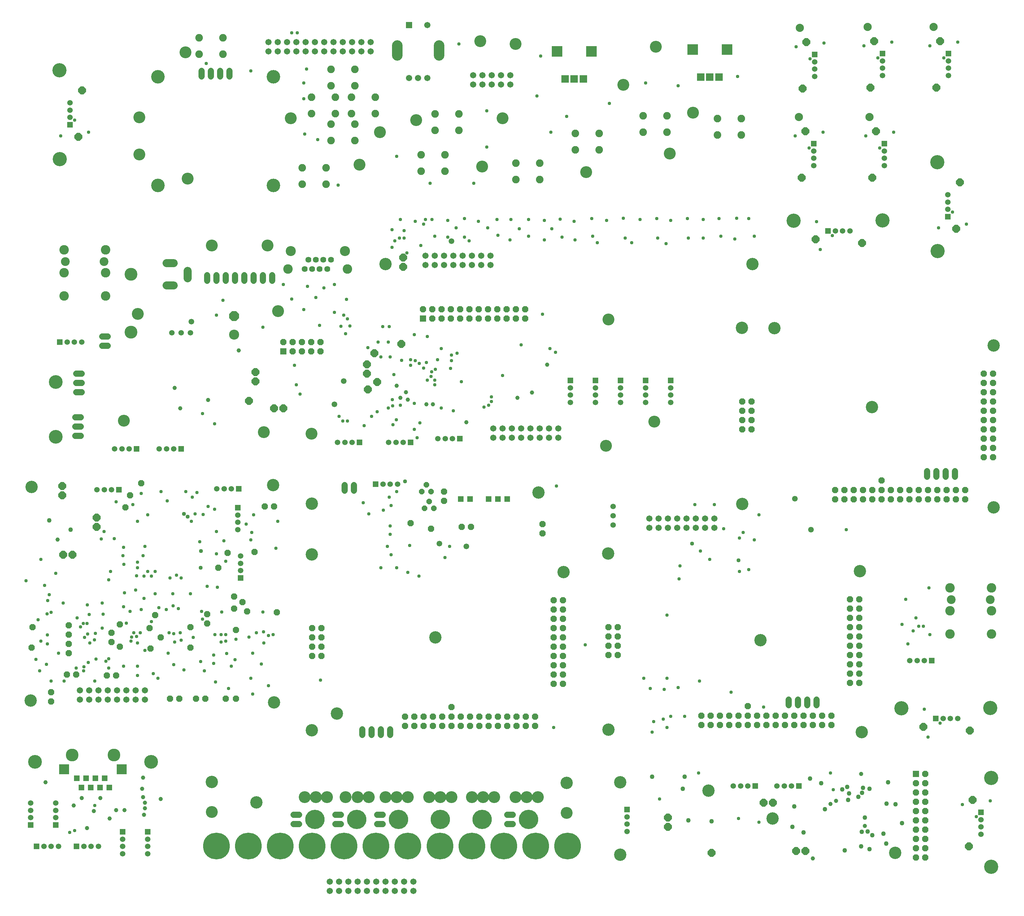
<source format=gbr>
G04 EAGLE Gerber RS-274X export*
G75*
%MOMM*%
%FSLAX34Y34*%
%LPD*%
%INSoldermask Bottom*%
%IPPOS*%
%AMOC8*
5,1,8,0,0,1.08239X$1,22.5*%
G01*
%ADD10C,3.378200*%
%ADD11C,5.283200*%
%ADD12C,2.235200*%
%ADD13C,3.759200*%
%ADD14C,3.251200*%
%ADD15C,3.703200*%
%ADD16C,3.886200*%
%ADD17C,3.505200*%
%ADD18P,2.309387X8X202.500000*%
%ADD19P,2.309387X8X22.500000*%
%ADD20R,2.984500X2.984500*%
%ADD21R,2.003200X2.003200*%
%ADD22P,1.869504X8X112.500000*%
%ADD23P,1.869504X8X22.500000*%
%ADD24C,2.603200*%
%ADD25C,2.403200*%
%ADD26C,2.082800*%
%ADD27R,1.511200X1.511200*%
%ADD28C,1.511200*%
%ADD29P,1.649562X8X22.500000*%
%ADD30C,1.727200*%
%ADD31R,1.600200X1.600200*%
%ADD32C,3.479800*%
%ADD33R,2.679700X2.679700*%
%ADD34P,1.869504X8X202.500000*%
%ADD35C,1.711200*%
%ADD36C,1.625600*%
%ADD37C,2.753200*%
%ADD38R,1.711200X1.711200*%
%ADD39C,2.903200*%
%ADD40R,1.727200X1.727200*%
%ADD41P,2.309387X8X112.500000*%
%ADD42C,2.203200*%
%ADD43C,2.743200*%
%ADD44P,2.969212X8X112.500000*%
%ADD45P,1.869504X8X292.500000*%
%ADD46C,0.959600*%
%ADD47C,1.159600*%
%ADD48C,1.259600*%
%ADD49C,1.553200*%
%ADD50C,7.315200*%
%ADD51C,1.109600*%


D10*
X824230Y943610D03*
X1512570Y895350D03*
X824230Y462280D03*
X1634490Y946150D03*
X2322830Y897890D03*
X1634998Y464566D03*
X2000250Y1563624D03*
X2688336Y1515364D03*
X2001012Y1081786D03*
X1521460Y318770D03*
X1667510Y320040D03*
X673100Y265430D03*
X55880Y543560D03*
X58420Y1127760D03*
X718820Y1132840D03*
X721360Y538480D03*
X1162050Y716280D03*
X2051050Y708660D03*
X2355850Y1346200D03*
X1443990Y1112520D03*
X824230Y1082040D03*
X2688590Y1071880D03*
X2089150Y1562100D03*
X892810Y508000D03*
X2327910Y457200D03*
X551180Y321310D03*
X2084070Y220980D03*
X2419350Y127000D03*
X1908810Y297180D03*
X1667510Y121920D03*
D11*
X833120Y218440D03*
X947420Y218440D03*
X1061720Y218440D03*
X1176020Y218440D03*
X1290320Y218440D03*
X1417320Y218440D03*
D12*
X2158246Y2384044D03*
D13*
X67310Y375920D03*
X384810Y375920D03*
D14*
X551180Y1788160D03*
X703580Y1788160D03*
X478790Y2316480D03*
X353060Y2138680D03*
X767080Y2136140D03*
X485140Y1971040D03*
X1290320Y2004060D03*
X1803400Y2039620D03*
X1381760Y2339340D03*
X1765300Y2331720D03*
X348437Y1601216D03*
X731977Y1608785D03*
X310337Y1309091D03*
X823443Y1273454D03*
X1628546Y1240536D03*
X1635049Y1585849D03*
X353060Y2037080D03*
X1760677Y1306500D03*
X1574800Y1988820D03*
X1676400Y2227580D03*
X1866900Y2151380D03*
X1346200Y2136140D03*
X1109980Y2131060D03*
X955040Y2009140D03*
X1010920Y2098040D03*
X1285240Y2346960D03*
X693420Y1277620D03*
X1521460Y236220D03*
X551180Y238760D03*
D12*
X2343666Y2386584D03*
X2155706Y2140204D03*
X2348746Y2140204D03*
X2524006Y2386584D03*
D10*
X2029460Y1737360D03*
X1026160Y1737360D03*
D13*
X124460Y1414780D03*
X124460Y1264920D03*
D15*
X719340Y2250080D03*
X403340Y2250080D03*
X719340Y1953080D03*
X403340Y1953080D03*
D16*
X2682240Y89408D03*
X2681986Y331978D03*
X2679192Y523240D03*
X2436622Y522986D03*
X134620Y2267712D03*
X134874Y2025142D03*
X2384552Y1856740D03*
X2141982Y1856486D03*
X2534920Y2016252D03*
X2535174Y1773682D03*
D17*
X330200Y1710182D03*
X330200Y1551432D03*
D18*
X236220Y1018540D03*
D19*
X236220Y1043940D03*
D20*
X1494955Y2319020D03*
X1588605Y2319020D03*
D21*
X1516780Y2244020D03*
X1541780Y2244020D03*
X1566780Y2244020D03*
D20*
X1865795Y2324100D03*
X1959445Y2324100D03*
D21*
X1887620Y2249100D03*
X1912620Y2249100D03*
X1937620Y2249100D03*
D22*
X850900Y665480D03*
X825500Y665480D03*
X850900Y690880D03*
X825500Y690880D03*
X850900Y716280D03*
X825500Y716280D03*
X850900Y741680D03*
X825500Y741680D03*
X1661160Y668020D03*
X1635760Y668020D03*
X1661160Y693420D03*
X1635760Y693420D03*
X1661160Y718820D03*
X1635760Y718820D03*
X1661160Y744220D03*
X1635760Y744220D03*
X2026920Y1285240D03*
X2001520Y1285240D03*
X2026920Y1310640D03*
X2001520Y1310640D03*
X2026920Y1336040D03*
X2001520Y1336040D03*
X2026920Y1361440D03*
X2001520Y1361440D03*
X1511300Y589280D03*
X1485900Y589280D03*
X1511300Y614680D03*
X1485900Y614680D03*
X1511300Y640080D03*
X1485900Y640080D03*
X1511300Y665480D03*
X1485900Y665480D03*
X1511300Y690880D03*
X1485900Y690880D03*
X1511300Y716280D03*
X1485900Y716280D03*
X1511300Y741680D03*
X1485900Y741680D03*
X1511300Y767080D03*
X1485900Y767080D03*
X1511300Y792480D03*
X1485900Y792480D03*
X1511300Y817880D03*
X1485900Y817880D03*
X2321560Y591820D03*
X2296160Y591820D03*
X2321560Y617220D03*
X2296160Y617220D03*
X2321560Y642620D03*
X2296160Y642620D03*
X2321560Y668020D03*
X2296160Y668020D03*
X2321560Y693420D03*
X2296160Y693420D03*
X2321560Y718820D03*
X2296160Y718820D03*
X2321560Y744220D03*
X2296160Y744220D03*
X2321560Y769620D03*
X2296160Y769620D03*
X2321560Y795020D03*
X2296160Y795020D03*
X2321560Y820420D03*
X2296160Y820420D03*
X2687320Y1209040D03*
X2661920Y1209040D03*
X2687320Y1234440D03*
X2661920Y1234440D03*
X2687320Y1259840D03*
X2661920Y1259840D03*
X2687320Y1285240D03*
X2661920Y1285240D03*
X2687320Y1310640D03*
X2661920Y1310640D03*
X2687320Y1336040D03*
X2661920Y1336040D03*
X2687320Y1361440D03*
X2661920Y1361440D03*
X2687320Y1386840D03*
X2661920Y1386840D03*
X2687320Y1412240D03*
X2661920Y1412240D03*
X2687320Y1437640D03*
X2661920Y1437640D03*
D23*
X1079246Y474472D03*
X1079246Y499872D03*
X1104646Y474472D03*
X1104646Y499872D03*
X1130046Y474472D03*
X1130046Y499872D03*
X1155446Y474472D03*
X1155446Y499872D03*
X1180846Y474472D03*
X1180846Y499872D03*
X1206246Y474472D03*
X1206246Y499872D03*
X1231646Y474472D03*
X1231646Y499872D03*
X1257046Y474472D03*
X1257046Y499872D03*
X1282446Y474472D03*
X1282446Y499872D03*
X1307846Y474472D03*
X1307846Y499872D03*
X1333246Y474472D03*
X1333246Y499872D03*
X1358646Y474472D03*
X1358646Y499872D03*
X1384046Y474472D03*
X1384046Y499872D03*
X1409446Y474472D03*
X1409446Y499872D03*
X1434846Y474472D03*
X1434846Y499872D03*
X1889252Y477266D03*
X1889252Y502666D03*
X1914652Y477266D03*
X1914652Y502666D03*
X1940052Y477266D03*
X1940052Y502666D03*
X1965452Y477266D03*
X1965452Y502666D03*
X1990852Y477266D03*
X1990852Y502666D03*
X2016252Y477266D03*
X2016252Y502666D03*
X2041652Y477266D03*
X2041652Y502666D03*
X2067052Y477266D03*
X2067052Y502666D03*
X2092452Y477266D03*
X2092452Y502666D03*
X2117852Y477266D03*
X2117852Y502666D03*
X2143252Y477266D03*
X2143252Y502666D03*
X2168652Y477266D03*
X2168652Y502666D03*
X2194052Y477266D03*
X2194052Y502666D03*
X2219452Y477266D03*
X2219452Y502666D03*
X2244852Y477266D03*
X2244852Y502666D03*
X2254758Y1094486D03*
X2254758Y1119886D03*
X2280158Y1094486D03*
X2280158Y1119886D03*
X2305558Y1094486D03*
X2305558Y1119886D03*
X2330958Y1094486D03*
X2330958Y1119886D03*
X2356358Y1094486D03*
X2356358Y1119886D03*
X2381758Y1094486D03*
X2381758Y1119886D03*
X2407158Y1094486D03*
X2407158Y1119886D03*
X2432558Y1094486D03*
X2432558Y1119886D03*
X2457958Y1094486D03*
X2457958Y1119886D03*
X2483358Y1094486D03*
X2483358Y1119886D03*
X2508758Y1094486D03*
X2508758Y1119886D03*
X2534158Y1094486D03*
X2534158Y1119886D03*
X2559558Y1094486D03*
X2559558Y1119886D03*
X2584958Y1094486D03*
X2584958Y1119886D03*
X2610358Y1094486D03*
X2610358Y1119886D03*
D24*
X260000Y1713640D03*
X147000Y1713640D03*
X260000Y1776640D03*
X147000Y1776640D03*
X260000Y1650640D03*
X147000Y1650640D03*
D25*
X150500Y1744640D03*
X256500Y1744640D03*
D26*
X1382268Y2013966D03*
X1447292Y2013966D03*
X1382268Y1968754D03*
X1447292Y1968754D03*
X1544828Y2095246D03*
X1609852Y2095246D03*
X1544828Y2050034D03*
X1609852Y2050034D03*
X1730248Y2143506D03*
X1795272Y2143506D03*
X1730248Y2098294D03*
X1795272Y2098294D03*
X1933448Y2135886D03*
X1998472Y2135886D03*
X1933448Y2090674D03*
X1998472Y2090674D03*
X876808Y2270506D03*
X941832Y2270506D03*
X876808Y2225294D03*
X941832Y2225294D03*
X876808Y2120646D03*
X941832Y2120646D03*
X876808Y2075434D03*
X941832Y2075434D03*
X932688Y2194306D03*
X997712Y2194306D03*
X932688Y2149094D03*
X997712Y2149094D03*
X823468Y2194306D03*
X888492Y2194306D03*
X823468Y2149094D03*
X888492Y2149094D03*
X798068Y2001266D03*
X863092Y2001266D03*
X798068Y1956054D03*
X863092Y1956054D03*
X1123188Y2036826D03*
X1188212Y2036826D03*
X1123188Y1991614D03*
X1188212Y1991614D03*
X1161288Y2148586D03*
X1226312Y2148586D03*
X1161288Y2103374D03*
X1226312Y2103374D03*
D27*
X1531620Y1419380D03*
D28*
X1531620Y1399380D03*
X1531620Y1379380D03*
X1531620Y1359380D03*
D27*
X1600200Y1419380D03*
D28*
X1600200Y1399380D03*
X1600200Y1379380D03*
X1600200Y1359380D03*
D27*
X1668780Y1419380D03*
D28*
X1668780Y1399380D03*
X1668780Y1379380D03*
X1668780Y1359380D03*
D27*
X1737360Y1419380D03*
D28*
X1737360Y1399380D03*
X1737360Y1379380D03*
X1737360Y1359380D03*
D27*
X1805940Y1419380D03*
D28*
X1805940Y1399380D03*
X1805940Y1379380D03*
X1805940Y1359380D03*
D27*
X1231900Y1094740D03*
X1257300Y1094740D03*
X1308100Y1094740D03*
X1333500Y1094740D03*
X1358900Y1094740D03*
D29*
X1125220Y1115060D03*
X1137920Y1134110D03*
X1150620Y1115060D03*
X1132840Y1069340D03*
X1145540Y1088390D03*
X1158240Y1069340D03*
D30*
X914400Y1117600D02*
X914400Y1132840D01*
X939800Y1132840D02*
X939800Y1117600D01*
D28*
X492760Y1549400D03*
X467360Y1549400D03*
X441960Y1549400D03*
D31*
X181610Y331470D03*
X194310Y306070D03*
X207010Y331470D03*
X219710Y306070D03*
X232410Y331470D03*
X245110Y306070D03*
X257810Y331470D03*
X270510Y306070D03*
D32*
X168910Y394970D03*
X283210Y394970D03*
D33*
X147320Y356108D03*
X304800Y356108D03*
D23*
X160020Y723900D03*
X160020Y698500D03*
X111760Y541020D03*
X60960Y744220D03*
X58420Y688340D03*
X111760Y566420D03*
X276860Y728980D03*
X276860Y703580D03*
X154940Y614680D03*
X160020Y749300D03*
X160020Y673100D03*
X180340Y614680D03*
X381000Y741680D03*
X383540Y685800D03*
X264160Y612140D03*
X299720Y751840D03*
X299720Y690880D03*
X289560Y612140D03*
X492760Y744220D03*
X492760Y688340D03*
X436880Y548640D03*
X396240Y777240D03*
X411480Y716280D03*
X462280Y548640D03*
X612140Y795020D03*
X617220Y736600D03*
X508000Y548640D03*
X538480Y779780D03*
X538480Y754380D03*
X533400Y548640D03*
X612140Y828040D03*
X728980Y784860D03*
X589280Y548640D03*
X635000Y812800D03*
X647700Y787400D03*
X617220Y548640D03*
D19*
X144780Y942340D03*
X170180Y942340D03*
X142240Y1130300D03*
X142240Y1104900D03*
D27*
X624360Y1122680D03*
D28*
X604360Y1122680D03*
X584360Y1122680D03*
X564360Y1122680D03*
D27*
X629920Y879320D03*
D28*
X629920Y899320D03*
X629920Y919320D03*
X629920Y939320D03*
D27*
X2036600Y309880D03*
D28*
X2016600Y309880D03*
X1996600Y309880D03*
X1976600Y309880D03*
D27*
X2155980Y309880D03*
D28*
X2135980Y309880D03*
X2115980Y309880D03*
X2095980Y309880D03*
D27*
X954560Y1249680D03*
D28*
X934560Y1249680D03*
X914560Y1249680D03*
X894560Y1249680D03*
D27*
X1094260Y1249680D03*
D28*
X1074260Y1249680D03*
X1054260Y1249680D03*
X1034260Y1249680D03*
X1648460Y1023620D03*
X1648460Y1049020D03*
X1648460Y1074420D03*
D23*
X1455420Y1026160D03*
D34*
X1455420Y1000760D03*
D22*
X1234440Y1018540D03*
X1259840Y1018540D03*
D19*
X1798320Y223520D03*
D18*
X1917700Y127000D03*
D19*
X1798320Y198120D03*
X2174240Y132080D03*
X2148840Y132080D03*
D27*
X1686560Y245900D03*
D28*
X1686560Y225900D03*
X1686560Y205900D03*
X1686560Y185900D03*
D35*
X873760Y22860D03*
X873760Y48260D03*
X899160Y22860D03*
X899160Y48260D03*
X924560Y22860D03*
X924560Y48260D03*
X949960Y22860D03*
X949960Y48260D03*
X975360Y22860D03*
X975360Y48260D03*
X1000760Y22860D03*
X1000760Y48260D03*
X1026160Y22860D03*
X1026160Y48260D03*
X1051560Y22860D03*
X1051560Y48260D03*
X1076960Y22860D03*
X1076960Y48260D03*
X1102360Y22860D03*
X1102360Y48260D03*
D30*
X789940Y205740D02*
X774700Y205740D01*
X774700Y231140D02*
X789940Y231140D01*
X889000Y205740D02*
X904240Y205740D01*
X904240Y231140D02*
X889000Y231140D01*
X1358900Y205740D02*
X1374140Y205740D01*
X1374140Y231140D02*
X1358900Y231140D01*
X1018540Y205740D02*
X1003300Y205740D01*
X1003300Y231140D02*
X1018540Y231140D01*
D27*
X296700Y1120140D03*
D28*
X276700Y1120140D03*
X256700Y1120140D03*
X236700Y1120140D03*
D18*
X2085340Y264160D03*
X2059940Y264160D03*
D27*
X466880Y1231900D03*
D28*
X446880Y1231900D03*
X426880Y1231900D03*
X406880Y1231900D03*
D27*
X344960Y1231900D03*
D28*
X324960Y1231900D03*
X304960Y1231900D03*
X284960Y1231900D03*
D19*
X652180Y1363220D03*
X746160Y1342900D03*
X720760Y1342900D03*
X669960Y1416560D03*
X669960Y1441960D03*
D27*
X124460Y203680D03*
D28*
X124460Y223680D03*
X124460Y243680D03*
X124460Y263680D03*
D27*
X71600Y144780D03*
D28*
X91600Y144780D03*
X111600Y144780D03*
X131600Y144780D03*
D27*
X55880Y203680D03*
D28*
X55880Y223680D03*
X55880Y243680D03*
X55880Y263680D03*
D27*
X180820Y144780D03*
D28*
X200820Y144780D03*
X220820Y144780D03*
X240820Y144780D03*
D27*
X307340Y184940D03*
D28*
X307340Y164940D03*
X307340Y144940D03*
X307340Y124940D03*
D27*
X375920Y184940D03*
D28*
X375920Y164940D03*
X375920Y144940D03*
X375920Y124940D03*
D27*
X2199140Y2310920D03*
D28*
X2199140Y2290920D03*
X2199140Y2270920D03*
X2199140Y2250920D03*
D19*
X2166120Y2217420D03*
X2176280Y2344420D03*
D36*
X876440Y1749920D03*
X866240Y1724520D03*
X856040Y1749920D03*
X845840Y1724520D03*
X835640Y1749920D03*
X825440Y1724520D03*
X815240Y1749920D03*
X805040Y1724520D03*
D24*
X921990Y1724520D03*
X759490Y1724520D03*
D37*
X915140Y1772920D03*
X766340Y1772920D03*
D26*
X516128Y2356866D03*
X581152Y2356866D03*
X516128Y2311654D03*
X581152Y2311654D03*
D30*
X716280Y1706880D02*
X716280Y1691640D01*
X690880Y1691640D02*
X690880Y1706880D01*
X665480Y1706880D02*
X665480Y1691640D01*
X640080Y1691640D02*
X640080Y1706880D01*
X614680Y1706880D02*
X614680Y1691640D01*
X589280Y1691640D02*
X589280Y1706880D01*
X563880Y1706880D02*
X563880Y1691640D01*
X538480Y1691640D02*
X538480Y1706880D01*
X266700Y1513840D02*
X251460Y1513840D01*
X251460Y1539240D02*
X266700Y1539240D01*
D35*
X985520Y2319720D03*
X985520Y2345120D03*
X960120Y2319720D03*
X960120Y2345120D03*
X934720Y2319720D03*
X934720Y2345120D03*
X909320Y2319720D03*
X909320Y2345120D03*
X883920Y2319720D03*
X883920Y2345120D03*
X858520Y2319720D03*
X858520Y2345120D03*
X833120Y2319720D03*
X833120Y2345120D03*
X807720Y2319720D03*
X807720Y2345120D03*
X782320Y2319720D03*
X782320Y2345120D03*
X756920Y2319720D03*
X756920Y2345120D03*
X731520Y2319720D03*
X731520Y2345120D03*
X706120Y2319720D03*
X706120Y2345120D03*
X1140060Y2391560D03*
D38*
X1090060Y2391560D03*
D35*
X1090060Y2246560D03*
X1115060Y2246560D03*
X1140060Y2246560D03*
D39*
X1058060Y2308060D02*
X1058060Y2335060D01*
X1172060Y2335060D02*
X1172060Y2308060D01*
D35*
X1366980Y2229220D03*
X1366980Y2254620D03*
X1341580Y2229220D03*
X1341580Y2254620D03*
X1316180Y2229220D03*
X1316180Y2254620D03*
X1290780Y2229220D03*
X1290780Y2254620D03*
X1265380Y2229220D03*
X1265380Y2254620D03*
D30*
X522620Y2250420D02*
X522620Y2265660D01*
X548020Y2265660D02*
X548020Y2250420D01*
X573420Y2250420D02*
X573420Y2265660D01*
X598820Y2265660D02*
X598820Y2250420D01*
D40*
X746760Y1498600D03*
D23*
X746760Y1524000D03*
X772160Y1498600D03*
X772160Y1524000D03*
X797560Y1498600D03*
X797560Y1524000D03*
X822960Y1498600D03*
X822960Y1524000D03*
X848360Y1498600D03*
X848360Y1524000D03*
D40*
X1128344Y1589049D03*
D23*
X1128344Y1614449D03*
X1153744Y1589049D03*
X1153744Y1614449D03*
X1179144Y1589049D03*
X1179144Y1614449D03*
X1204544Y1589049D03*
X1204544Y1614449D03*
X1229944Y1589049D03*
X1229944Y1614449D03*
X1255344Y1589049D03*
X1255344Y1614449D03*
X1280744Y1589049D03*
X1280744Y1614449D03*
X1306144Y1589049D03*
X1306144Y1614449D03*
X1331544Y1589049D03*
X1331544Y1614449D03*
X1356944Y1589049D03*
X1356944Y1614449D03*
X1382344Y1589049D03*
X1382344Y1614449D03*
X1407744Y1589049D03*
X1407744Y1614449D03*
D30*
X193040Y1292860D02*
X177800Y1292860D01*
X177800Y1267460D02*
X193040Y1267460D01*
X193040Y1318260D02*
X177800Y1318260D01*
X180340Y1412240D02*
X195580Y1412240D01*
X195580Y1386840D02*
X180340Y1386840D01*
X180340Y1437640D02*
X195580Y1437640D01*
D27*
X2384560Y2313460D03*
D28*
X2384560Y2293460D03*
X2384560Y2273460D03*
X2384560Y2253460D03*
D19*
X2351540Y2219960D03*
X2361700Y2346960D03*
D27*
X2196600Y2067080D03*
D28*
X2196600Y2047080D03*
X2196600Y2027080D03*
X2196600Y2007080D03*
D19*
X2163580Y1973580D03*
X2173740Y2100580D03*
D27*
X2389640Y2067080D03*
D28*
X2389640Y2047080D03*
X2389640Y2027080D03*
X2389640Y2007080D03*
D19*
X2356620Y1973580D03*
X2366780Y2100580D03*
D27*
X163060Y2118840D03*
D28*
X163060Y2138840D03*
X163060Y2158840D03*
X163060Y2178840D03*
D18*
X196080Y2212340D03*
X185920Y2085340D03*
D27*
X2563360Y1867380D03*
D28*
X2563360Y1887380D03*
X2563360Y1907380D03*
X2563360Y1927380D03*
D18*
X2596380Y1960880D03*
X2586220Y1833880D03*
D27*
X2235680Y1828300D03*
D28*
X2255680Y1828300D03*
X2275680Y1828300D03*
X2295680Y1828300D03*
D41*
X2329180Y1795280D03*
X2202180Y1805440D03*
D27*
X2564900Y2313460D03*
D28*
X2564900Y2293460D03*
X2564900Y2273460D03*
X2564900Y2253460D03*
D19*
X2531880Y2219960D03*
X2542040Y2346960D03*
D27*
X2653800Y238280D03*
D28*
X2653800Y218280D03*
X2653800Y198280D03*
X2653800Y178280D03*
D19*
X2620780Y144780D03*
X2630940Y271780D03*
D27*
X2530320Y494800D03*
D28*
X2550320Y494800D03*
X2570320Y494800D03*
X2590320Y494800D03*
D41*
X2623820Y461780D03*
X2496820Y471940D03*
D27*
X622300Y1071400D03*
D28*
X622300Y1051400D03*
X622300Y1031400D03*
X622300Y1011400D03*
D27*
X1228880Y1259840D03*
D28*
X1208880Y1259840D03*
X1188880Y1259840D03*
X1168880Y1259840D03*
D42*
X446880Y1678940D02*
X426880Y1678940D01*
X484880Y1698940D02*
X484880Y1718940D01*
X446880Y1739940D02*
X426880Y1739940D01*
D43*
X612140Y1544320D03*
D44*
X612140Y1595120D03*
D24*
X2569560Y789080D03*
X2682560Y789080D03*
X2569560Y852080D03*
X2682560Y852080D03*
X2569560Y726080D03*
X2682560Y726080D03*
D25*
X2679060Y820080D03*
X2573060Y820080D03*
D27*
X135100Y1524000D03*
D28*
X155100Y1524000D03*
X175100Y1524000D03*
X195100Y1524000D03*
D27*
X998700Y1135380D03*
D28*
X1018700Y1135380D03*
X1038700Y1135380D03*
X1058700Y1135380D03*
D27*
X2519200Y652780D03*
D28*
X2499200Y652780D03*
X2479200Y652780D03*
X2459200Y652780D03*
D40*
X2476500Y342900D03*
D45*
X2501900Y342900D03*
X2476500Y317500D03*
X2501900Y317500D03*
X2476500Y292100D03*
X2501900Y292100D03*
X2476500Y266700D03*
X2501900Y266700D03*
X2476500Y241300D03*
X2501900Y241300D03*
X2476500Y215900D03*
X2501900Y215900D03*
X2476500Y190500D03*
X2501900Y190500D03*
X2476500Y165100D03*
X2501900Y165100D03*
X2476500Y139700D03*
X2501900Y139700D03*
X2476500Y114300D03*
X2501900Y114300D03*
D35*
X1747520Y1016000D03*
X1747520Y1041400D03*
X1772920Y1016000D03*
X1772920Y1041400D03*
X1798320Y1016000D03*
X1798320Y1041400D03*
X1823720Y1016000D03*
X1823720Y1041400D03*
X1849120Y1016000D03*
X1849120Y1041400D03*
X1874520Y1016000D03*
X1874520Y1041400D03*
X1899920Y1016000D03*
X1899920Y1041400D03*
X1925320Y1016000D03*
X1925320Y1041400D03*
X1320800Y1262380D03*
X1320800Y1287780D03*
X1346200Y1262380D03*
X1346200Y1287780D03*
X1371600Y1262380D03*
X1371600Y1287780D03*
X1397000Y1262380D03*
X1397000Y1287780D03*
X1422400Y1262380D03*
X1422400Y1287780D03*
X1447800Y1262380D03*
X1447800Y1287780D03*
X1473200Y1262380D03*
X1473200Y1287780D03*
X1498600Y1262380D03*
X1498600Y1287780D03*
D19*
X1074420Y1755140D03*
X1074420Y1729740D03*
D35*
X1313180Y1734820D03*
X1313180Y1760220D03*
X1287780Y1734820D03*
X1287780Y1760220D03*
X1262380Y1734820D03*
X1262380Y1760220D03*
X1236980Y1734820D03*
X1236980Y1760220D03*
X1211580Y1734820D03*
X1211580Y1760220D03*
X1186180Y1734820D03*
X1186180Y1760220D03*
X1160780Y1734820D03*
X1160780Y1760220D03*
X1135380Y1734820D03*
X1135380Y1760220D03*
X190500Y546100D03*
X190500Y571500D03*
X215900Y546100D03*
X215900Y571500D03*
X241300Y546100D03*
X241300Y571500D03*
X266700Y546100D03*
X266700Y571500D03*
X292100Y546100D03*
X292100Y571500D03*
X317500Y546100D03*
X317500Y571500D03*
X342900Y546100D03*
X342900Y571500D03*
X368300Y546100D03*
X368300Y571500D03*
D23*
X568960Y906780D03*
X594360Y947420D03*
X668020Y949960D03*
X695960Y1074420D03*
X721360Y1074420D03*
X358140Y1137920D03*
D19*
X975360Y1463040D03*
X975360Y1437640D03*
X977900Y1394460D03*
D23*
X327660Y1104900D03*
X314960Y1071880D03*
D19*
X1003300Y1414780D03*
X995680Y1493520D03*
X1069340Y1518920D03*
D30*
X962660Y464820D02*
X962660Y449580D01*
X988060Y449580D02*
X988060Y464820D01*
X1013460Y464820D02*
X1013460Y449580D01*
X1038860Y449580D02*
X1038860Y464820D01*
X2204720Y530860D02*
X2204720Y546100D01*
X2179320Y546100D02*
X2179320Y530860D01*
X2153920Y530860D02*
X2153920Y546100D01*
X2128520Y546100D02*
X2128520Y530860D01*
X2583180Y1155700D02*
X2583180Y1170940D01*
X2557780Y1170940D02*
X2557780Y1155700D01*
X2532380Y1155700D02*
X2532380Y1170940D01*
X2506980Y1170940D02*
X2506980Y1155700D01*
D23*
X1206500Y525780D03*
X2016760Y528320D03*
X2382520Y1145540D03*
X1094740Y1028700D03*
X1150620Y1013460D03*
X1186180Y1115060D03*
X1186180Y1089660D03*
D46*
X347980Y906780D03*
X274320Y896620D03*
X93980Y858520D03*
X692432Y731520D03*
X576580Y723900D03*
X447040Y726440D03*
X337820Y728980D03*
X209804Y754479D03*
X101600Y723323D03*
X43180Y871220D03*
D47*
X129179Y983925D03*
D48*
X165100Y1010920D03*
D46*
X284480Y986940D03*
X307485Y939945D03*
X454660Y886460D03*
X467360Y878840D03*
X527272Y1052578D03*
X731520Y1033780D03*
X665480Y1051560D03*
X584200Y980440D03*
X589280Y924560D03*
X566420Y853440D03*
X342900Y845820D03*
X363220Y939800D03*
X358140Y1109980D03*
X497840Y1099820D03*
X429311Y1090066D03*
X289560Y1087120D03*
D48*
X106680Y1036320D03*
D46*
X248920Y985520D03*
X309880Y962660D03*
X347980Y922020D03*
X444500Y835688D03*
X492760Y835660D03*
X538480Y855980D03*
X563880Y944880D03*
X563880Y1005840D03*
X558800Y1066800D03*
X480060Y1115060D03*
X411683Y1115136D03*
X335280Y1079500D03*
X347980Y1033780D03*
X726440Y960120D03*
X660400Y1003300D03*
X495300Y1033780D03*
X657860Y982980D03*
X541020Y1074420D03*
X645160Y1026160D03*
X368300Y965200D03*
X269240Y873760D03*
X309982Y916254D03*
X256540Y1005840D03*
X518160Y977900D03*
X396240Y896620D03*
X386080Y883920D03*
X375920Y1051560D03*
X396240Y835660D03*
X344678Y885160D03*
X312420Y838200D03*
X144780Y810260D03*
X365760Y822960D03*
X365760Y883920D03*
X375920Y896620D03*
X2034540Y1813560D03*
X1986280Y1862993D03*
X1943100Y1813560D03*
X1894840Y1859280D03*
X1854200Y1808480D03*
X1805940Y1856740D03*
X1770380Y1808480D03*
X1722120Y1859280D03*
X1681480Y1808480D03*
X1630680Y1856740D03*
X1592580Y1813560D03*
X1541780Y1854200D03*
X1508760Y1811020D03*
X1460500Y1856740D03*
X1417320Y1813560D03*
X1369060Y1859280D03*
X1333500Y1816100D03*
X1280160Y1854200D03*
X1242060Y1811020D03*
X1196340Y1856740D03*
X1160780Y1813560D03*
X1107440Y1854200D03*
X1064260Y1808480D03*
X1043940Y1831340D03*
X1122680Y1788160D03*
X1084580Y1767840D03*
X1981200Y1805940D03*
X1894840Y1808480D03*
X1793240Y1793240D03*
X1699260Y1795780D03*
X1605280Y1795780D03*
X1544320Y1803400D03*
X1460500Y1803400D03*
X1366520Y1803400D03*
X1254760Y1800860D03*
X1196340Y1811020D03*
X1076960Y1808480D03*
X1043940Y1783080D03*
X1051560Y1800860D03*
X2019300Y1861820D03*
X1938020Y1861820D03*
X1851660Y1861820D03*
X1767840Y1861820D03*
X1676400Y1862993D03*
X1590040Y1861820D03*
X1503680Y1860453D03*
X1417320Y1859280D03*
X1330960Y1859280D03*
X1242060Y1861820D03*
X1153160Y1859280D03*
X1066800Y1859280D03*
X1130300Y1846580D03*
X1135380Y1859280D03*
D49*
X1206500Y1800742D03*
D50*
X563245Y146368D03*
X650558Y146368D03*
X737870Y146368D03*
X825183Y146368D03*
X912495Y146368D03*
X999808Y146368D03*
X1087120Y146368D03*
X1174433Y146368D03*
X1261745Y146368D03*
X1349058Y146368D03*
X1436370Y146368D03*
X1523683Y146368D03*
D46*
X965200Y1084580D03*
X1188720Y934720D03*
X1041400Y1076960D03*
X1030565Y965608D03*
X1041400Y942340D03*
X1019948Y1064260D03*
X1038860Y1021080D03*
X1038860Y998220D03*
X1485900Y469900D03*
X1788160Y574040D03*
X1805940Y500380D03*
X2286000Y1010920D03*
X1785620Y492760D03*
X1795780Y604520D03*
X1887220Y952500D03*
X2059940Y525780D03*
X1925320Y1079500D03*
X2019300Y901700D03*
X1993900Y988060D03*
X1828800Y876300D03*
X1993900Y896620D03*
X1795780Y777240D03*
X1871980Y1079500D03*
X1884680Y596900D03*
X1831340Y911860D03*
X1912620Y929640D03*
X1732280Y604520D03*
X2047240Y1051560D03*
X2034540Y982980D03*
X1971040Y566420D03*
X2004060Y1003300D03*
X1950720Y1013460D03*
X1750060Y576580D03*
X1758950Y486410D03*
X1755140Y457200D03*
X1795780Y469900D03*
X1826260Y579120D03*
X1844040Y500380D03*
D51*
X1864360Y972820D03*
D46*
X1480820Y1833880D03*
X1391920Y1833880D03*
X1305560Y1836420D03*
X1219200Y1836420D03*
X1076960Y1828800D03*
X269240Y632940D03*
X403860Y604520D03*
X436880Y878840D03*
X83820Y929640D03*
X331361Y717659D03*
X693420Y701040D03*
X576580Y703580D03*
X449580Y703580D03*
X217198Y701040D03*
X101628Y698500D03*
X69562Y656878D03*
X80160Y624840D03*
X99060Y642620D03*
X124460Y891540D03*
X111760Y596900D03*
X100261Y781340D03*
X102008Y817514D03*
X251460Y810260D03*
X215721Y778943D03*
X327660Y787400D03*
X347980Y637540D03*
X447040Y641740D03*
X445049Y802668D03*
X578206Y785978D03*
X603971Y637568D03*
X685876Y643687D03*
X690778Y786359D03*
X652540Y717160D03*
X261544Y651078D03*
X234569Y657606D03*
X523240Y787400D03*
X132080Y673100D03*
X147320Y596900D03*
X111760Y784860D03*
X106680Y833120D03*
X76200Y764540D03*
X83820Y706120D03*
X180340Y632460D03*
X213360Y647700D03*
X200660Y624840D03*
X203200Y716280D03*
X201168Y636270D03*
X229921Y709473D03*
X231140Y596900D03*
X182880Y769620D03*
X210820Y805180D03*
X199136Y754634D03*
X232197Y727775D03*
X254000Y779780D03*
X210931Y726329D03*
X251460Y741680D03*
X191770Y745744D03*
X368300Y681510D03*
X330200Y706120D03*
X347980Y701040D03*
X309880Y637540D03*
X269240Y657860D03*
X347980Y612140D03*
X391160Y617220D03*
X345440Y718820D03*
X386080Y759460D03*
X355600Y728980D03*
X358140Y792480D03*
X431800Y673100D03*
X474980Y627380D03*
X520700Y650240D03*
X467360Y708660D03*
X500380Y716280D03*
X464820Y728980D03*
X426720Y792480D03*
X434340Y728980D03*
X459740Y795020D03*
X406400Y797560D03*
X556260Y668020D03*
X561340Y594360D03*
X530860Y624840D03*
X591693Y672973D03*
X614680Y655320D03*
X556260Y645160D03*
X596900Y576580D03*
X589280Y706120D03*
X617220Y711200D03*
X589280Y723900D03*
X559272Y724154D03*
X525671Y766971D03*
X657860Y604520D03*
X662912Y673100D03*
X706120Y721360D03*
X662940Y561340D03*
X718820Y723900D03*
X706120Y584200D03*
X317500Y755782D03*
X309880Y800100D03*
X673100Y728980D03*
D47*
X448980Y1398780D03*
X464220Y1342900D03*
X624840Y1501140D03*
X1425880Y1386650D03*
X1468120Y1462322D03*
D46*
X792480Y1381760D03*
X1104900Y1356360D03*
X1104900Y1285240D03*
X1112520Y1262380D03*
X1211580Y1336040D03*
X1178560Y1506220D03*
X1140460Y1539240D03*
X1104900Y1544320D03*
X1013460Y1483360D03*
X1049020Y1435100D03*
X1003300Y1333500D03*
X1160780Y1419860D03*
X1117722Y1465580D03*
X967740Y1295400D03*
X812800Y1676400D03*
X802640Y1612900D03*
X563880Y1597660D03*
X1201420Y965200D03*
D49*
X2189480Y1010920D03*
X2144685Y1096355D03*
X1173480Y972820D03*
D48*
X1854200Y215900D03*
X1844040Y335280D03*
X2217420Y317500D03*
X2349500Y302260D03*
X2395474Y261926D03*
X2357120Y175260D03*
X2169160Y183336D03*
X2227580Y246380D03*
X1755140Y335280D03*
X2186940Y330200D03*
X2288540Y307340D03*
X2400300Y320040D03*
X2420061Y260425D03*
X2387600Y180002D03*
X2143760Y254000D03*
X2438400Y208280D03*
X2336800Y223520D03*
X1917700Y213360D03*
D46*
X1991360Y220980D03*
D47*
X2326437Y342900D03*
D48*
X2281058Y134504D03*
X2138680Y198120D03*
D46*
X2047240Y210820D03*
D48*
X2326640Y144780D03*
X1838960Y302260D03*
D46*
X2250440Y299720D03*
D48*
X2274368Y300799D03*
D46*
X1775460Y274320D03*
D48*
X2349500Y137160D03*
X2327656Y184658D03*
X2395220Y152400D03*
X2344420Y185420D03*
D46*
X2242820Y345440D03*
X1882140Y345440D03*
D48*
X2331720Y304800D03*
X2329180Y291950D03*
X2318258Y280416D03*
X2293620Y289560D03*
X2291080Y271780D03*
D47*
X2336800Y200660D03*
X2194560Y111760D03*
X2258060Y269240D03*
X2242820Y260902D03*
X1386840Y1371600D03*
D46*
X525780Y1328420D03*
X845820Y1569720D03*
X911860Y1597660D03*
X782320Y1407160D03*
X1033780Y1343660D03*
X1120140Y1303020D03*
X1455420Y1600200D03*
X1168400Y1475740D03*
X1107440Y1473200D03*
X1038860Y1483360D03*
X1178560Y1343660D03*
X1130300Y1452880D03*
X1160780Y1407160D03*
X1233170Y1416050D03*
X558800Y1300480D03*
D49*
X911860Y1417320D03*
X886460Y1353820D03*
X1247140Y965200D03*
D47*
X540420Y1365760D03*
D46*
X746760Y1681480D03*
X769620Y1641828D03*
X886460Y1681480D03*
X919480Y1640840D03*
X857250Y1672590D03*
X175548Y188248D03*
X162560Y182880D03*
D47*
X289440Y243960D03*
X172805Y256625D03*
X209848Y194783D03*
X96520Y320040D03*
X363220Y279400D03*
X246380Y276860D03*
X195580Y276860D03*
X360680Y302260D03*
D46*
X230830Y256910D03*
D47*
X368300Y264160D03*
D46*
X2224540Y2341880D03*
X2148340Y2331720D03*
X2186440Y2298700D03*
D47*
X365760Y231140D03*
X368300Y248920D03*
X312420Y243840D03*
X271780Y220980D03*
X228600Y241300D03*
X363220Y332740D03*
X411480Y274320D03*
D49*
X494540Y1579880D03*
D47*
X1155700Y1353820D03*
X1056640Y1404620D03*
X1082040Y1386840D03*
X1087120Y1366520D03*
D46*
X1045101Y1349901D03*
D47*
X1066800Y1371600D03*
D46*
X1044222Y1366520D03*
X802640Y2232660D03*
X896620Y1953260D03*
X1267460Y1958340D03*
X1303020Y2057400D03*
X1478280Y2098040D03*
X1638300Y2176780D03*
X1826260Y2225040D03*
X1988820Y2250440D03*
X535940Y2286000D03*
X1450340Y2306320D03*
X1056640Y2032000D03*
X805180Y2092960D03*
X840740Y2077720D03*
X1148080Y1958340D03*
X1226820Y2339340D03*
X1303020Y2156460D03*
X769620Y2369820D03*
X1440180Y2197100D03*
X784860Y2369820D03*
X1521460Y2141220D03*
X1737360Y2232660D03*
X657860Y2265680D03*
X810260Y2270760D03*
X802640Y2189480D03*
X922020Y1587500D03*
X1475740Y1506220D03*
X835660Y1645920D03*
X1490980Y1496060D03*
X886460Y1605280D03*
X1397000Y1516380D03*
X1346200Y1432560D03*
X977900Y1508760D03*
X1203332Y1452442D03*
X916940Y1546860D03*
X1221740Y1493520D03*
X1206500Y1473200D03*
X1206500Y1488440D03*
X690880Y1564640D03*
X581660Y1638300D03*
X777240Y1460500D03*
X1046371Y1298049D03*
X1055261Y1312019D03*
X1066800Y1351562D03*
X988060Y1320800D03*
X1005840Y1524000D03*
X1036320Y1566616D03*
X928370Y1568450D03*
X922020Y1308100D03*
X909320Y1308100D03*
X904023Y1567398D03*
X899160Y1320800D03*
X1295400Y1346200D03*
X1308100Y1351280D03*
X1315611Y1361549D03*
X1315611Y1374249D03*
X1094740Y1460500D03*
X1094486Y1475740D03*
X1018540Y1566616D03*
X1033780Y1524000D03*
X1137920Y1468120D03*
X1070211Y1474071D03*
X1150366Y1430020D03*
X1152144Y1442720D03*
X1162304Y1449804D03*
X1140018Y1420085D03*
X2409960Y2344420D03*
X2333760Y2334260D03*
X2371860Y2301240D03*
X2222000Y2098040D03*
X2145800Y2087880D03*
X2183900Y2054860D03*
X2415040Y2098040D03*
X2338840Y2087880D03*
X2376940Y2054860D03*
X137660Y2087880D03*
X213860Y2098040D03*
X175760Y2131060D03*
X2537960Y1836420D03*
X2614160Y1846580D03*
X2576060Y1879600D03*
X2204720Y1853700D03*
X2214880Y1777500D03*
X2247900Y1815600D03*
X2590300Y2344420D03*
X2514100Y2334260D03*
X2552200Y2301240D03*
X2679200Y269240D03*
X2603000Y259080D03*
X2641100Y226060D03*
X2499360Y520200D03*
X2509520Y444000D03*
X2542540Y482100D03*
X505460Y1054100D03*
X510540Y1112520D03*
X1036320Y1099820D03*
X1013460Y906780D03*
X1087120Y894080D03*
X1056640Y906780D03*
X1056640Y1115060D03*
D51*
X1079500Y1143000D03*
D46*
X1493520Y1130300D03*
X980440Y1054100D03*
X1117600Y883920D03*
X1572260Y695960D03*
X1092200Y967740D03*
X848360Y599440D03*
X2514600Y723900D03*
X2448560Y820420D03*
X2512060Y851944D03*
X2496820Y746760D03*
X2468372Y734060D03*
X2438400Y751840D03*
X2484120Y746760D03*
X2476500Y769620D03*
X2453736Y698596D03*
D14*
X1381760Y279400D03*
X1412240Y279400D03*
X1442720Y279400D03*
X1323340Y279400D03*
X1292860Y279400D03*
X1262380Y279400D03*
X1206500Y279400D03*
X1176020Y279400D03*
X1145540Y279400D03*
X1087120Y279400D03*
X1056640Y279400D03*
X1026160Y279400D03*
X980440Y279400D03*
X949960Y279400D03*
X916940Y279400D03*
X866140Y279400D03*
X835660Y279400D03*
X805180Y279400D03*
D47*
X1137920Y1353820D03*
X1247140Y1304842D03*
D51*
X520700Y906780D03*
X521168Y952500D03*
X485140Y1046480D03*
X474980Y1054100D03*
X1991360Y927100D03*
M02*

</source>
